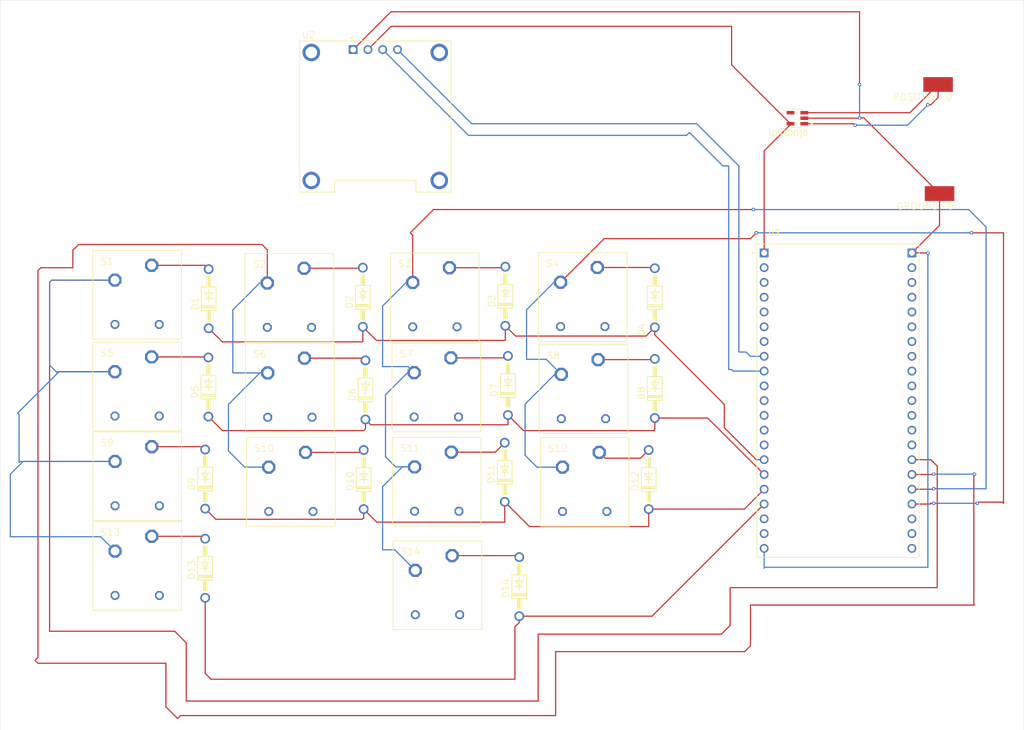
<source format=kicad_pcb>
(kicad_pcb (version 20241229) (generator "pcbnew") (generator_version "9.0")
  (layers (0 "F.Cu" signal) (2 "B.Cu" signal) (13 "F.Paste" user) (15 "B.Paste" user) (5 "F.SilkS" user "F.Silkscreen") (7 "B.SilkS" user "B.Silkscreen") (1 "F.Mask" user) (3 "B.Mask" user) (25 "Edge.Cuts" user))
  (net 0 "")
  (net 1 "/ROW1")
  (net 2 "Net-(S1-P)")
  (net 3 "Net-(S2-P)")
  (net 4 "Net-(S3-P)")
  (net 5 "Net-(S4-P)")
  (net 6 "/ROW2")
  (net 7 "Net-(S5-P)")
  (net 8 "Net-(S6-P)")
  (net 9 "Net-(S7-P)")
  (net 10 "Net-(S8-P)")
  (net 11 "/ROW3")
  (net 12 "Net-(S9-P)")
  (net 13 "Net-(S10-P)")
  (net 14 "Net-(S11-P)")
  (net 15 "Net-(S12-P)")
  (net 16 "Net-(S13-P)")
  (net 17 "/ROW4")
  (net 18 "Net-(S14-P)")
  (net 19 "Net-(GROUND-0-P)")
  (net 20 "Net-(POSITIVE+0-P)")
  (net 21 "Net-(S1-S)")
  (net 22 "Net-(S10-S)")
  (net 23 "Net-(S11-S)")
  (net 24 "Net-(S12-S)")
  (net 25 "/VOUT")
  (net 26 "Net-(U2-SCL)")
  (net 27 "Net-(U2-SDA)")
  (footprint "Mini-Keyboard:SMD2,54-5,08_412" (layer "F.Cu") (at 236.5 65.75 90)
    (property "Reference" "GROUND-0")
    (property "Value" "Negative -" (hide yes))
  )
  (footprint "Mini-Keyboard:DO41-10_210" (layer "F.Cu") (at 137.8 99.51 90)
    (property "Reference" "D6")
    (property "Value" "1N4004")
  )
  (footprint "Mini-Keyboard:CHERRY_MX1A-11NN_SWITCH" (layer "F.Cu") (at 124.74 83.67)
    (property "Reference" "S2")
    (property "Value" "MX1A-11NN")
  )
  (footprint "Mini-Keyboard:DO41-10_210" (layer "F.Cu") (at 110.85 83.83 90)
    (property "Reference" "D1")
    (property "Value" "1N4004")
  )
  (footprint "ESP32-S2-SAOLA-1R:XCVR_ESP32-S2-SAOLA-1R" (layer "F.Cu") (at 219.05 101.35)
    (property "Reference" "U3")
    (property "Value" "ESP32-S2-SAOLA-1R")
  )
  (footprint "Mini-Keyboard:SOT95P285X140-5N" (layer "F.Cu") (at 212.065 52.8 180)
    (property "Reference" "U2(LDO)0")
    (property "Value" "AP2112K-3.3TRG1")
  )
  (footprint "Mini-Keyboard:CHERRY_MX1A-11NN_SWITCH" (layer "F.Cu") (at 150.19 133.08)
    (property "Reference" "S14")
    (property "Value" "MX1A-11NN")
  )
  (footprint "Mini-Keyboard:DO41-10_210" (layer "F.Cu") (at 110.25 130.17 90)
    (property "Reference" "D13")
    (property "Value" "1N4004")
  )
  (footprint "Mini-Keyboard:DO41-10_210" (layer "F.Cu") (at 161.75 113.67 90)
    (property "Reference" "D11")
    (property "Value" "1N4004")
  )
  (footprint "Mini-Keyboard:DO41-10_210" (layer "F.Cu") (at 162.3 98.75 90)
    (property "Reference" "D7")
    (property "Value" "1N4004")
  )
  (footprint "Mini-Keyboard:DO41-10_210" (layer "F.Cu") (at 137.35 83.58 90)
    (property "Reference" "D2")
    (property "Value" "1N4004")
  )
  (footprint "Mini-Keyboard:DO41-10_210" (layer "F.Cu") (at 187.55 99.26 90)
    (property "Reference" "D8")
    (property "Value" "1N4004")
  )
  (footprint "Mini-Keyboard:CHERRY_MX1A-11NN_SWITCH" (layer "F.Cu") (at 150.06 115.29)
    (property "Reference" "S11")
    (property "Value" "MX1A-11NN")
  )
  (footprint "Mini-Keyboard:CHERRY_MX1A-11NN_SWITCH" (layer "F.Cu") (at 98.56 114.35)
    (property "Reference" "S9")
    (property "Value" "MX1A-11NN")
  )
  (footprint "Mini-Keyboard:DO41-10_210" (layer "F.Cu") (at 187.55 83.67 90)
    (property "Reference" "D4")
    (property "Value" "1N4004")
  )
  (footprint "Mini-Keyboard:DO41-10_210" (layer "F.Cu") (at 161.85 83.41 90)
    (property "Reference" "D3")
    (property "Value" "1N4004" (hide yes))
  )
  (footprint "Mini-Keyboard:DO41-10_210" (layer "F.Cu") (at 164.25 133.33 90)
    (property "Reference" "D14")
    (property "Value" "1N4004")
  )
  (footprint "Mini-Keyboard:CHERRY_MX1A-11NN_SWITCH" (layer "F.Cu") (at 149.74 83.58)
    (property "Reference" "S3")
    (property "Value" "MX1A-11NN")
  )
  (footprint "Mini-Keyboard:CHERRY_MX1A-11NN_SWITCH" (layer "F.Cu") (at 175.16 83.54)
    (property "Reference" "S4")
    (property "Value" "MX1A-11NN")
  )
  (footprint "Mini-Keyboard:CHERRY_MX1A-11NN_SWITCH" (layer "F.Cu") (at 124.99 115.33)
    (property "Reference" "S10")
    (property "Value" "MX1A-11NN")
  )
  (footprint "Mini-Keyboard:CHERRY_MX1A-11NN_SWITCH" (layer "F.Cu") (at 98.56 129.76)
    (property "Reference" "S13")
    (property "Value" "MX1A-11NN")
  )
  (footprint "Mini-Keyboard:SMD2,54-5,08_412" (layer "F.Cu") (at 236.25 47 90)
    (property "Reference" "POSITIVE+0")
    (property "Value" "POSITIVE+")
  )
  (footprint "Mini-Keyboard:CHERRY_MX1A-11NN_SWITCH" (layer "F.Cu") (at 175.29 99.38)
    (property "Reference" "S8")
    (property "Value" "MX1A-11NN")
  )
  (footprint "Mini-Keyboard:DO41-10_210" (layer "F.Cu") (at 186.5 114.92 90)
    (property "Reference" "D12")
    (property "Value" "1N4004")
  )
  (footprint "Mini-Keyboard:CHERRY_MX1A-11NN_SWITCH" (layer "F.Cu") (at 98.54 98.92)
    (property "Reference" "S5")
    (property "Value" "MX1A-11NN")
  )
  (footprint "Mini-Keyboard:CHERRY_MX1A-11NN_SWITCH" (layer "F.Cu") (at 149.99 99.08)
    (property "Reference" "S7")
    (property "Value" "MX1A-11NN")
  )
  (footprint "Mini-Keyboard:CHERRY_MX1A-11NN_SWITCH" (layer "F.Cu") (at 124.81 99.13)
    (property "Reference" "S6")
    (property "Value" "MX1A-11NN")
  )
  (footprint "Mini-Keyboard:DO41-10_210" (layer "F.Cu") (at 110.8 99.01 90)
    (property "Reference" "D5")
    (property "Value" "1N4004")
  )
  (footprint "Mini-Keyboard:DO41-10_210" (layer "F.Cu") (at 110.25 114.84 90)
    (property "Reference" "D9")
    (property "Value" "1N4004")
  )
  (footprint "Mini-Keyboard:CHERRY_MX1A-11NN_SWITCH" (layer "F.Cu") (at 98.54 83.17)
    (property "Reference" "S1")
    (property "Value" "MX1A-11NN")
  )
  (footprint "Mini-Keyboard:MODULE_DM-OLED096-636" (layer "F.Cu") (at 139.5 52.5)
    (property "Reference" "U2")
    (property "Value" "DM-OLED096-636")
  )
  (footprint "Mini-Keyboard:DO41-10_210" (layer "F.Cu") (at 137.5 114.92 90)
    (property "Reference" "D10")
    (property "Value" "1N4004")
  )
  (footprint "Mini-Keyboard:CHERRY_MX1A-11NN_SWITCH" (layer "F.Cu") (at 175.49 115.33)
    (property "Reference" "S12")
    (property "Value" "MX1A-11NN")
  )
  (gr_line (start 250.999485 158) (end 251 32.5) (stroke (width 0.05)) (layer "Edge.Cuts"))
  (gr_line (start 251 32.5) (end 75.00055 32.5) (stroke (width 0.05)) (layer "Edge.Cuts"))
  (gr_line (start 75.00055 32.5) (end 74.99945 158) (stroke (width 0.05)) (layer "Edge.Cuts"))
  (gr_line (start 74.99945 158) (end 250.999485 158) (stroke (width 0.05)) (layer "Edge.Cuts"))
  (segment (start 187.55 88.75) (end 187.55 90.05) (width 0.2) (layer "F.Cu") (net 1))
  (segment (start 113.19 91.25) (end 137.25 91.25) (width 0.2) (layer "F.Cu") (net 1))
  (segment (start 139.69 91) (end 161.75 91) (width 0.2) (layer "F.Cu") (net 1))
  (segment (start 161.85 88.49) (end 163.61 90.25) (width 0.2) (layer "F.Cu") (net 1))
  (segment (start 161.75 91) (end 161.85 90.9) (width 0.2) (layer "F.Cu") (net 1))
  (segment (start 137.25 91.25) (end 137.35 91.15) (width 0.2) (layer "F.Cu") (net 1))
  (segment (start 137.35 91.15) (end 137.35 88.66) (width 0.2) (layer "F.Cu") (net 1))
  (segment (start 110.85 88.91) (end 113.19 91.25) (width 0.2) (layer "F.Cu") (net 1))
  (segment (start 186.05 90.25) (end 187.55 88.75) (width 0.2) (layer "F.Cu") (net 1))
  (segment (start 163.61 90.25) (end 186.05 90.25) (width 0.2) (layer "F.Cu") (net 1))
  (segment (start 205.01 111.51) (end 206.35 111.51) (width 0.2) (layer "F.Cu") (net 1))
  (segment (start 137.35 88.66) (end 139.69 91) (width 0.2) (layer "F.Cu") (net 1))
  (segment (start 187.55 90.05) (end 199.5 102) (width 0.2) (layer "F.Cu") (net 1))
  (segment (start 161.85 90.9) (end 161.85 88.49) (width 0.2) (layer "F.Cu") (net 1))
  (segment (start 199.5 102) (end 199.5 106) (width 0.2) (layer "F.Cu") (net 1))
  (segment (start 199.5 106) (end 205.01 111.51) (width 0.2) (layer "F.Cu") (net 1))
  (segment (start 101.05 78.09) (end 110.19 78.09) (width 0.2) (layer "F.Cu") (net 2))
  (segment (start 110.19 78.09) (end 110.85 78.75) (width 0.2) (layer "F.Cu") (net 2))
  (segment (start 127.25 78.59) (end 137.26 78.59) (width 0.2) (layer "F.Cu") (net 3))
  (segment (start 137.26 78.59) (end 137.35 78.5) (width 0.2) (layer "F.Cu") (net 3))
  (segment (start 161.68 78.5) (end 161.85 78.33) (width 0.2) (layer "F.Cu") (net 4))
  (segment (start 152.25 78.5) (end 161.68 78.5) (width 0.2) (layer "F.Cu") (net 4))
  (segment (start 187.42 78.46) (end 187.55 78.59) (width 0.2) (layer "F.Cu") (net 5))
  (segment (start 177.67 78.46) (end 187.42 78.46) (width 0.2) (layer "F.Cu") (net 5))
  (segment (start 162.3 105.45) (end 162.3 103.83) (width 0.2) (layer "F.Cu") (net 6))
  (segment (start 196.64 104.34) (end 206.35 114.05) (width 0.2) (layer "F.Cu") (net 6))
  (segment (start 137.8 106.2) (end 137.8 104.59) (width 0.2) (layer "F.Cu") (net 6))
  (segment (start 187.5 106.25) (end 187.55 106.2) (width 0.2) (layer "F.Cu") (net 6))
  (segment (start 113.21 106.5) (end 137.5 106.5) (width 0.2) (layer "F.Cu") (net 6))
  (segment (start 110.8 104.09) (end 113.21 106.5) (width 0.2) (layer "F.Cu") (net 6))
  (segment (start 187.5 106.5) (end 187.5 106.25) (width 0.2) (layer "F.Cu") (net 6))
  (segment (start 162.25 105.5) (end 162.3 105.45) (width 0.2) (layer "F.Cu") (net 6))
  (segment (start 187.55 106.2) (end 187.55 104.34) (width 0.2) (layer "F.Cu") (net 6))
  (segment (start 138.71 105.5) (end 162.25 105.5) (width 0.2) (layer "F.Cu") (net 6))
  (segment (start 162.3 103.83) (end 164.97 106.5) (width 0.2) (layer "F.Cu") (net 6))
  (segment (start 164.97 106.5) (end 187.5 106.5) (width 0.2) (layer "F.Cu") (net 6))
  (segment (start 137.5 106.5) (end 137.8 106.2) (width 0.2) (layer "F.Cu") (net 6))
  (segment (start 187.55 104.34) (end 196.64 104.34) (width 0.2) (layer "F.Cu") (net 6))
  (segment (start 137.8 104.59) (end 138.71 105.5) (width 0.2) (layer "F.Cu") (net 6))
  (segment (start 110.71 93.84) (end 110.8 93.93) (width 0.2) (layer "F.Cu") (net 7))
  (segment (start 101.05 93.84) (end 110.71 93.84) (width 0.2) (layer "F.Cu") (net 7))
  (segment (start 137.42 94.05) (end 137.8 94.43) (width 0.2) (layer "F.Cu") (net 8))
  (segment (start 127.32 94.05) (end 137.42 94.05) (width 0.2) (layer "F.Cu") (net 8))
  (segment (start 152.5 94) (end 161.97 94) (width 0.2) (layer "F.Cu") (net 9))
  (segment (start 161.97 94) (end 162.3 93.67) (width 0.2) (layer "F.Cu") (net 9))
  (segment (start 177.8 94.3) (end 187.43 94.3) (width 0.2) (layer "F.Cu") (net 10))
  (segment (start 187.43 94.3) (end 187.55 94.18) (width 0.2) (layer "F.Cu") (net 10))
  (segment (start 186.5 123) (end 186.5 120) (width 0.2) (layer "F.Cu") (net 11))
  (segment (start 166 123) (end 186.5 123) (width 0.2) (layer "F.Cu") (net 11))
  (segment (start 161.75 122.25) (end 161.75 118.75) (width 0.2) (layer "F.Cu") (net 11))
  (segment (start 139.75 122.25) (end 161.75 122.25) (width 0.2) (layer "F.Cu") (net 11))
  (segment (start 110.25 119.92) (end 112.08 121.75) (width 0.2) (layer "F.Cu") (net 11))
  (segment (start 137.5 121.5) (end 137.5 120) (width 0.2) (layer "F.Cu") (net 11))
  (segment (start 161.75 118.75) (end 166 123) (width 0.2) (layer "F.Cu") (net 11))
  (segment (start 137.25 121.75) (end 137.5 121.5) (width 0.2) (layer "F.Cu") (net 11))
  (segment (start 186.5 120) (end 202.94 120) (width 0.2) (layer "F.Cu") (net 11))
  (segment (start 137.5 120) (end 139.75 122.25) (width 0.2) (layer "F.Cu") (net 11))
  (segment (start 112.08 121.75) (end 137.25 121.75) (width 0.2) (layer "F.Cu") (net 11))
  (segment (start 202.94 120) (end 206.35 116.59) (width 0.2) (layer "F.Cu") (net 11))
  (segment (start 109.76 109.27) (end 110.25 109.76) (width 0.2) (layer "F.Cu") (net 12))
  (segment (start 101.07 109.27) (end 109.76 109.27) (width 0.2) (layer "F.Cu") (net 12))
  (segment (start 137.09 109.43) (end 137.5 109.84) (width 0.2) (layer "F.Cu") (net 13))
  (segment (start 127.5 110.25) (end 137.09 110.25) (width 0.2) (layer "F.Cu") (net 13))
  (segment (start 137.09 110.25) (end 137.5 109.84) (width 0.2) (layer "F.Cu") (net 13))
  (segment (start 152.57 110.21) (end 160.13 110.21) (width 0.2) (layer "F.Cu") (net 14))
  (segment (start 160.13 110.21) (end 161.75 108.59) (width 0.2) (layer "F.Cu") (net 14))
  (segment (start 185.09 111.25) (end 186.5 109.84) (width 0.2) (layer "F.Cu") (net 15))
  (segment (start 178 110.25) (end 179 111.25) (width 0.2) (layer "F.Cu") (net 15))
  (segment (start 186.3 109.64) (end 186.5 109.84) (width 0.2) (layer "F.Cu") (net 15))
  (segment (start 179 111.25) (end 185.09 111.25) (width 0.2) (layer "F.Cu") (net 15))
  (segment (start 101.07 124.68) (end 109.84 124.68) (width 0.2) (layer "F.Cu") (net 16))
  (segment (start 109.84 124.68) (end 110.25 125.09) (width 0.2) (layer "F.Cu") (net 16))
  (segment (start 163.5 140.25) (end 164.25 139.5) (width 0.2) (layer "F.Cu") (net 17))
  (segment (start 164.25 138.41) (end 187.07 138.41) (width 0.2) (layer "F.Cu") (net 17))
  (segment (start 164.25 139.5) (end 164.25 138.41) (width 0.2) (layer "F.Cu") (net 17))
  (segment (start 111.25 149.25) (end 163.5 149.25) (width 0.2) (layer "F.Cu") (net 17))
  (segment (start 163.5 149.25) (end 163.5 140.25) (width 0.2) (layer "F.Cu") (net 17))
  (segment (start 187.07 138.41) (end 206.35 119.13) (width 0.2) (layer "F.Cu") (net 17))
  (segment (start 110.25 148.25) (end 111.25 149.25) (width 0.2) (layer "F.Cu") (net 17))
  (segment (start 110.25 135.25) (end 110.25 148.25) (width 0.2) (layer "F.Cu") (net 17))
  (segment (start 152.7 128) (end 164 128) (width 0.2) (layer "F.Cu") (net 18))
  (segment (start 164 128) (end 164.25 128.25) (width 0.2) (layer "F.Cu") (net 18))
  (segment (start 234.45 75.95) (end 234.5 76) (width 0.2) (layer "F.Cu") (net 19))
  (segment (start 222.75 34.5) (end 222.75 47) (width 0.2) (layer "F.Cu") (net 19))
  (segment (start 236.5 65.75) (end 223.5 52.75) (width 0.2) (layer "F.Cu") (net 19))
  (segment (start 222.75 52.75) (end 222.7 52.8) (width 0.2) (layer "F.Cu") (net 19))
  (segment (start 231.75 75.95) (end 234.45 75.95) (width 0.2) (layer "F.Cu") (net 19))
  (segment (start 223.5 52.75) (end 222.75 52.75) (width 0.2) (layer "F.Cu") (net 19))
  (segment (start 135.69 41) (end 142.19 34.5) (width 0.2) (layer "F.Cu") (net 19))
  (segment (start 222.7 52.8) (end 213.25 52.8) (width 0.2) (layer "F.Cu") (net 19))
  (segment (start 236.5 65.75) (end 236.5 71.2) (width 0.2) (layer "F.Cu") (net 19))
  (segment (start 142.19 34.5) (end 222.75 34.5) (width 0.2) (layer "F.Cu") (net 19))
  (segment (start 236.5 71.2) (end 231.75 75.95) (width 0.2) (layer "F.Cu") (net 19))
  (via (at 222.75 52.75) (size 0.6) (drill 0.3) (layers "F.Cu" "B.Cu") (net 19))
  (via (at 222.75 47) (size 0.6) (drill 0.3) (layers "F.Cu" "B.Cu") (net 19))
  (via (at 234.5 76) (size 0.6) (drill 0.3) (layers "F.Cu" "B.Cu") (net 19))
  (segment (start 222.75 47) (end 222.75 52.75) (width 0.2) (layer "B.Cu") (net 19))
  (segment (start 234.5 130) (end 206.5 130) (width 0.2) (layer "B.Cu") (net 19))
  (segment (start 234.5 76) (end 234.5 130) (width 0.2) (layer "B.Cu") (net 19))
  (segment (start 206.35 130.15) (end 206.35 126.75) (width 0.2) (layer "B.Cu") (net 19))
  (segment (start 206.5 130) (end 206.35 130.15) (width 0.2) (layer "B.Cu") (net 19))
  (segment (start 234.5 50.5) (end 235 50.5) (width 0.2) (layer "F.Cu") (net 20))
  (segment (start 221.75 53.75) (end 222 54) (width 0.2) (layer "F.Cu") (net 20))
  (segment (start 213.25 53.75) (end 221.75 53.75) (width 0.2) (layer "F.Cu") (net 20))
  (segment (start 236.25 49.25) (end 236.25 47) (width 0.2) (layer "F.Cu") (net 20))
  (segment (start 231.4 51.85) (end 213.25 51.85) (width 0.2) (layer "F.Cu") (net 20))
  (segment (start 235 50.5) (end 236.25 49.25) (width 0.2) (layer "F.Cu") (net 20))
  (segment (start 236.25 47) (end 231.4 51.85) (width 0.2) (layer "F.Cu") (net 20))
  (via (at 234.5 50.5) (size 0.6) (drill 0.3) (layers "F.Cu" "B.Cu") (net 20))
  (via (at 222 54) (size 0.6) (drill 0.3) (layers "F.Cu" "B.Cu") (net 20))
  (segment (start 231 54) (end 234.5 50.5) (width 0.2) (layer "B.Cu") (net 20))
  (segment (start 222 54) (end 231 54) (width 0.2) (layer "B.Cu") (net 20))
  (segment (start 94.73 80.63) (end 83.87 80.63) (width 0.2) (layer "F.Cu") (net 21))
  (segment (start 167.5 141.5) (end 199 141.5) (width 0.2) (layer "F.Cu") (net 21))
  (segment (start 167.5 153) (end 167.5 141.5) (width 0.2) (layer "F.Cu") (net 21))
  (segment (start 236.106 112.606) (end 235.01 111.51) (width 0.2) (layer "F.Cu") (net 21))
  (segment (start 236 133.5) (end 236.106 133.394) (width 0.2) (layer "F.Cu") (net 21))
  (segment (start 83.87 80.63) (end 83.5 81) (width 0.2) (layer "F.Cu") (net 21))
  (segment (start 83.5 141) (end 105 141) (width 0.2) (layer "F.Cu") (net 21))
  (segment (start 105 141) (end 107 143) (width 0.2) (layer "F.Cu") (net 21))
  (segment (start 199 141.5) (end 200.5 140) (width 0.2) (layer "F.Cu") (net 21))
  (segment (start 235.01 111.51) (end 231.75 111.51) (width 0.2) (layer "F.Cu") (net 21))
  (segment (start 200.5 133.5) (end 236 133.5) (width 0.2) (layer "F.Cu") (net 21))
  (segment (start 107 143) (end 107 153) (width 0.2) (layer "F.Cu") (net 21))
  (segment (start 236.106 133.394) (end 236.106 112.606) (width 0.2) (layer "F.Cu") (net 21))
  (segment (start 107 153) (end 167.5 153) (width 0.2) (layer "F.Cu") (net 21))
  (segment (start 200.5 140) (end 200.5 133.5) (width 0.2) (layer "F.Cu") (net 21))
  (segment (start 83.5 81) (end 83.5 141) (width 0.2) (layer "F.Cu") (net 21))
  (segment (start 94.75 111.81) (end 78.94 111.81) (width 0.2) (layer "B.Cu") (net 21))
  (segment (start 76.75 114) (end 76.75 124.75) (width 0.2) (layer "B.Cu") (net 21))
  (segment (start 94.73 80.63) (end 83.87 80.63) (width 0.2) (layer "B.Cu") (net 21))
  (segment (start 83.87 80.63) (end 83.5 81) (width 0.2) (layer "B.Cu") (net 21))
  (segment (start 85.12 96.38) (end 78 103.5) (width 0.2) (layer "B.Cu") (net 21))
  (segment (start 76.75 124.75) (end 92.28 124.75) (width 0.2) (layer "B.Cu") (net 21))
  (segment (start 83.5 81) (end 83.5 95.25) (width 0.2) (layer "B.Cu") (net 21))
  (segment (start 84.87 96.38) (end 94.73 96.38) (width 0.2) (layer "B.Cu") (net 21))
  (segment (start 84.75 96.5) (end 84.87 96.38) (width 0.2) (layer "B.Cu") (net 21))
  (segment (start 78.25 112) (end 78.44 111.81) (width 0.2) (layer "B.Cu") (net 21))
  (segment (start 83.5 95.25) (end 84.75 96.5) (width 0.2) (layer "B.Cu") (net 21))
  (segment (start 94.73 96.38) (end 85.12 96.38) (width 0.2) (layer "B.Cu") (net 21))
  (segment (start 92.28 124.75) (end 94.75 127.22) (width 0.2) (layer "B.Cu") (net 21))
  (segment (start 78.94 111.81) (end 76.75 114) (width 0.2) (layer "B.Cu") (net 21))
  (segment (start 78.25 103.75) (end 78.25 112) (width 0.2) (layer "B.Cu") (net 21))
  (segment (start 78.44 111.81) (end 94.75 111.81) (width 0.2) (layer "B.Cu") (net 21))
  (segment (start 78 103.5) (end 78.25 103.75) (width 0.2) (layer "B.Cu") (net 21))
  (segment (start 120 74.5) (end 88.5 74.5) (width 0.2) (layer "F.Cu") (net 22))
  (segment (start 170.5 144.5) (end 203 144.5) (width 0.2) (layer "F.Cu") (net 22))
  (segment (start 204 136.5) (end 242.5 136.5) (width 0.2) (layer "F.Cu") (net 22))
  (segment (start 105.5 156) (end 106 155.5) (width 0.2) (layer "F.Cu") (net 22))
  (segment (start 242.5 136.5) (end 242.394 136.394) (width 0.2) (layer "F.Cu") (net 22))
  (segment (start 88.5 74.5) (end 87.5 75.5) (width 0.2) (layer "F.Cu") (net 22))
  (segment (start 242.394 114.106) (end 242.5 114) (width 0.2) (layer "F.Cu") (net 22))
  (segment (start 235.5 114) (end 235.45 114.05) (width 0.2) (layer "F.Cu") (net 22))
  (segment (start 87.5 78.5) (end 82 78.5) (width 0.2) (layer "F.Cu") (net 22))
  (segment (start 106 155.5) (end 170.5 155.5) (width 0.2) (layer "F.Cu") (net 22))
  (segment (start 103.5 154) (end 105.5 156) (width 0.2) (layer "F.Cu") (net 22))
  (segment (start 81.5 146.5) (end 103.5 146.5) (width 0.2) (layer "F.Cu") (net 22))
  (segment (start 81.5 145.5) (end 81 146) (width 0.2) (layer "F.Cu") (net 22))
  (segment (start 120.93 81.13) (end 120.93 75.43) (width 0.2) (layer "F.Cu") (net 22))
  (segment (start 204 143.5) (end 204 136.5) (width 0.2) (layer "F.Cu") (net 22))
  (segment (start 120.93 75.43) (end 120 74.5) (width 0.2) (layer "F.Cu") (net 22))
  (segment (start 82 78.5) (end 81.5 79) (width 0.2) (layer "F.Cu") (net 22))
  (segment (start 235.45 114.05) (end 231.75 114.05) (width 0.2) (layer "F.Cu") (net 22))
  (segment (start 242.394 136.394) (end 242.394 114.106) (width 0.2) (layer "F.Cu") (net 22))
  (segment (start 103.5 146.5) (end 103.5 154) (width 0.2) (layer "F.Cu") (net 22))
  (segment (start 170.5 155.5) (end 170.5 144.5) (width 0.2) (layer "F.Cu") (net 22))
  (segment (start 81.5 79) (end 81.5 145.5) (width 0.2) (layer "F.Cu") (net 22))
  (segment (start 81 146) (end 81.5 146.5) (width 0.2) (layer "F.Cu") (net 22))
  (segment (start 87.5 75.5) (end 87.5 78.5) (width 0.2) (layer "F.Cu") (net 22))
  (segment (start 203 144.5) (end 204 143.5) (width 0.2) (layer "F.Cu") (net 22))
  (via (at 235.5 114) (size 0.6) (drill 0.3) (layers "F.Cu" "B.Cu") (net 22))
  (via (at 242.5 114) (size 0.6) (drill 0.3) (layers "F.Cu" "B.Cu") (net 22))
  (segment (start 117.04 112.79) (end 121.18 112.79) (width 0.2) (layer "B.Cu") (net 22))
  (segment (start 242.5 114) (end 235.5 114) (width 0.2) (layer "B.Cu") (net 22))
  (segment (start 119.62 81.13) (end 115 85.75) (width 0.2) (layer "B.Cu") (net 22))
  (segment (start 119.66 96.59) (end 114.25 102) (width 0.2) (layer "B.Cu") (net 22))
  (segment (start 120.93 81.13) (end 119.62 81.13) (width 0.2) (layer "B.Cu") (net 22))
  (segment (start 115 96.5) (end 115.09 96.59) (width 0.2) (layer "B.Cu") (net 22))
  (segment (start 114.25 110) (end 117.04 112.79) (width 0.2) (layer "B.Cu") (net 22))
  (segment (start 121 96.59) (end 119.66 96.59) (width 0.2) (layer "B.Cu") (net 22))
  (segment (start 114.25 102) (end 114.25 110) (width 0.2) (layer "B.Cu") (net 22))
  (segment (start 115 85.75) (end 115 96.5) (width 0.2) (layer "B.Cu") (net 22))
  (segment (start 115.09 96.59) (end 121 96.59) (width 0.2) (layer "B.Cu") (net 22))
  (segment (start 145.93 72.93) (end 145.5 72.5) (width 0.2) (layer "F.Cu") (net 23))
  (segment (start 145.93 81.04) (end 145.93 72.93) (width 0.2) (layer "F.Cu") (net 23))
  (segment (start 235.41 116.59) (end 231.75 116.59) (width 0.2) (layer "F.Cu") (net 23))
  (segment (start 149.5 68.5) (end 204.5 68.5) (width 0.2) (layer "F.Cu") (net 23))
  (segment (start 145.5 72.5) (end 149.5 68.5) (width 0.2) (layer "F.Cu") (net 23))
  (segment (start 235.5 116.5) (end 235.41 116.59) (width 0.2) (layer "F.Cu") (net 23))
  (via (at 204.5 68.5) (size 0.6) (drill 0.3) (layers "F.Cu" "B.Cu") (net 23))
  (via (at 235.5 116.5) (size 0.6) (drill 0.3) (layers "F.Cu" "B.Cu") (net 23))
  (segment (start 244.5 71.5) (end 244.5 116.5) (width 0.2) (layer "B.Cu") (net 23))
  (segment (start 141.25 100.345) (end 141.25 111) (width 0.2) (layer "B.Cu") (net 23))
  (segment (start 140.75 127) (end 142.84 127) (width 0.2) (layer "B.Cu") (net 23))
  (segment (start 140.75 85.095) (end 140.75 95.5) (width 0.2) (layer "B.Cu") (net 23))
  (segment (start 141.25 111) (end 143 112.75) (width 0.2) (layer "B.Cu") (net 23))
  (segment (start 144.135 112.75) (end 146.25 112.75) (width 0.2) (layer "B.Cu") (net 23))
  (segment (start 142.84 127) (end 146.38 130.54) (width 0.2) (layer "B.Cu") (net 23))
  (segment (start 145.14 95.5) (end 146.18 96.54) (width 0.2) (layer "B.Cu") (net 23))
  (segment (start 144.805 81.04) (end 140.75 85.095) (width 0.2) (layer "B.Cu") (net 23))
  (segment (start 140.75 116.135) (end 140.75 127) (width 0.2) (layer "B.Cu") (net 23))
  (segment (start 140.75 95.5) (end 145.14 95.5) (width 0.2) (layer "B.Cu") (net 23))
  (segment (start 140.75 116.135) (end 144.135 112.75) (width 0.2) (layer "B.Cu") (net 23))
  (segment (start 145.055 96.54) (end 141.25 100.345) (width 0.2) (layer "B.Cu") (net 23))
  (segment (start 145.93 81.04) (end 144.805 81.04) (width 0.2) (layer "B.Cu") (net 23))
  (segment (start 242 69) (end 244.5 71.5) (width 0.2) (layer "B.Cu") (net 23))
  (segment (start 244.5 116.5) (end 235.5 116.5) (width 0.2) (layer "B.Cu") (net 23))
  (segment (start 204.5 68.5) (end 241.5 68.5) (width 0.2) (layer "B.Cu") (net 23))
  (segment (start 146.18 96.54) (end 145.055 96.54) (width 0.2) (layer "B.Cu") (net 23))
  (segment (start 241.5 68.5) (end 242 69) (width 0.2) (layer "B.Cu") (net 23))
  (segment (start 143 112.75) (end 146.25 112.75) (width 0.2) (layer "B.Cu") (net 23))
  (segment (start 247.5 119) (end 247.301 118.801) (width 0.2) (layer "F.Cu") (net 24))
  (segment (start 247.5 72.5) (end 247.5 119) (width 0.2) (layer "F.Cu") (net 24))
  (segment (start 247.301 118.801) (end 243.199 118.801) (width 0.2) (layer "F.Cu") (net 24))
  (segment (start 242 72.5) (end 247.5 72.5) (width 0.2) (layer "F.Cu") (net 24))
  (segment (start 178.85 73.5) (end 187 73.5) (width 0.2) (layer "F.Cu") (net 24))
  (segment (start 235.5 119) (end 235 119) (width 0.2) (layer "F.Cu") (net 24))
  (segment (start 171.35 81) (end 178.85 73.5) (width 0.2) (layer "F.Cu") (net 24))
  (segment (start 204 73.5) (end 205 72.5) (width 0.2) (layer "F.Cu") (net 24))
  (segment (start 187 73.5) (end 204 73.5) (width 0.2) (layer "F.Cu") (net 24))
  (segment (start 235 119) (end 234.87 119.13) (width 0.2) (layer "F.Cu") (net 24))
  (segment (start 234.87 119.13) (end 231.75 119.13) (width 0.2) (layer "F.Cu") (net 24))
  (segment (start 243.199 118.801) (end 243 119) (width 0.2) (layer "F.Cu") (net 24))
  (via (at 243 119) (size 0.6) (drill 0.3) (layers "F.Cu" "B.Cu") (net 24))
  (via (at 242 72.5) (size 0.6) (drill 0.3) (layers "F.Cu" "B.Cu") (net 24))
  (via (at 235.5 119) (size 0.6) (drill 0.3) (layers "F.Cu" "B.Cu") (net 24))
  (via (at 205 72.5) (size 0.6) (drill 0.3) (layers "F.Cu" "B.Cu") (net 24))
  (segment (start 168.89 94.25) (end 171.48 96.84) (width 0.2) (layer "B.Cu") (net 24))
  (segment (start 243 119) (end 235.5 119) (width 0.2) (layer "B.Cu") (net 24))
  (segment (start 165.25 101.945) (end 165.25 110.75) (width 0.2) (layer "B.Cu") (net 24))
  (segment (start 171.48 96.84) (end 170.355 96.84) (width 0.2) (layer "B.Cu") (net 24))
  (segment (start 167.29 112.79) (end 171.68 112.79) (width 0.2) (layer "B.Cu") (net 24))
  (segment (start 165.5 85.725) (end 165.5 94.25) (width 0.2) (layer "B.Cu") (net 24))
  (segment (start 165.5 94.25) (end 168.89 94.25) (width 0.2) (layer "B.Cu") (net 24))
  (segment (start 205 72.5) (end 242 72.5) (width 0.2) (layer "B.Cu") (net 24))
  (segment (start 170.225 81) (end 165.5 85.725) (width 0.2) (layer "B.Cu") (net 24))
  (segment (start 170.355 96.84) (end 165.25 101.945) (width 0.2) (layer "B.Cu") (net 24))
  (segment (start 171.35 81) (end 170.225 81) (width 0.2) (layer "B.Cu") (net 24))
  (segment (start 165.25 110.75) (end 167.29 112.79) (width 0.2) (layer "B.Cu") (net 24))
  (segment (start 210.88 53.75) (end 210.88 53.88) (width 0.2) (layer "F.Cu") (net 25))
  (segment (start 142.23 37) (end 200.75 37) (width 0.2) (layer "F.Cu") (net 25))
  (segment (start 210.88 53.88) (end 206.35 58.41) (width 0.2) (layer "F.Cu") (net 25))
  (segment (start 206.35 58.41) (end 206.35 75.95) (width 0.2) (layer "F.Cu") (net 25))
  (segment (start 138.23 41) (end 142.23 37) (width 0.2) (layer "F.Cu") (net 25))
  (segment (start 200.75 43.62) (end 210.88 53.75) (width 0.2) (layer "F.Cu") (net 25))
  (segment (start 200.75 37) (end 200.75 43.62) (width 0.2) (layer "F.Cu") (net 25))
  (segment (start 200.25 96) (end 200.75 96) (width 0.2) (layer "B.Cu") (net 26))
  (segment (start 193 55.75) (end 193.5 55.25) (width 0.2) (layer "B.Cu") (net 26))
  (segment (start 200.75 96) (end 201.02 96.27) (width 0.2) (layer "B.Cu") (net 26))
  (segment (start 140.77 41) (end 155.52 55.75) (width 0.2) (layer "B.Cu") (net 26))
  (segment (start 193.5 55.25) (end 199.25 61) (width 0.2) (layer "B.Cu") (net 26))
  (segment (start 201.02 96.27) (end 206.35 96.27) (width 0.2) (layer "B.Cu") (net 26))
  (segment (start 200.25 61) (end 200.25 96) (width 0.2) (layer "B.Cu") (net 26))
  (segment (start 155.52 55.75) (end 193 55.75) (width 0.2) (layer "B.Cu") (net 26))
  (segment (start 199.25 61) (end 200.25 61) (width 0.2) (layer "B.Cu") (net 26))
  (segment (start 194.75 53.75) (end 202 61) (width 0.2) (layer "B.Cu") (net 27))
  (segment (start 203.98 93.73) (end 206.35 93.73) (width 0.2) (layer "B.Cu") (net 27))
  (segment (start 202 93) (end 203.25 93) (width 0.2) (layer "B.Cu") (net 27))
  (segment (start 156.06 53.75) (end 194.75 53.75) (width 0.2) (layer "B.Cu") (net 27))
  (segment (start 203.25 93) (end 203.98 93.73) (width 0.2) (layer "B.Cu") (net 27))
  (segment (start 143.31 41) (end 156.06 53.75) (width 0.2) (layer "B.Cu") (net 27))
  (segment (start 202 61) (end 202 93) (width 0.2) (layer "B.Cu") (net 27))
)
</source>
